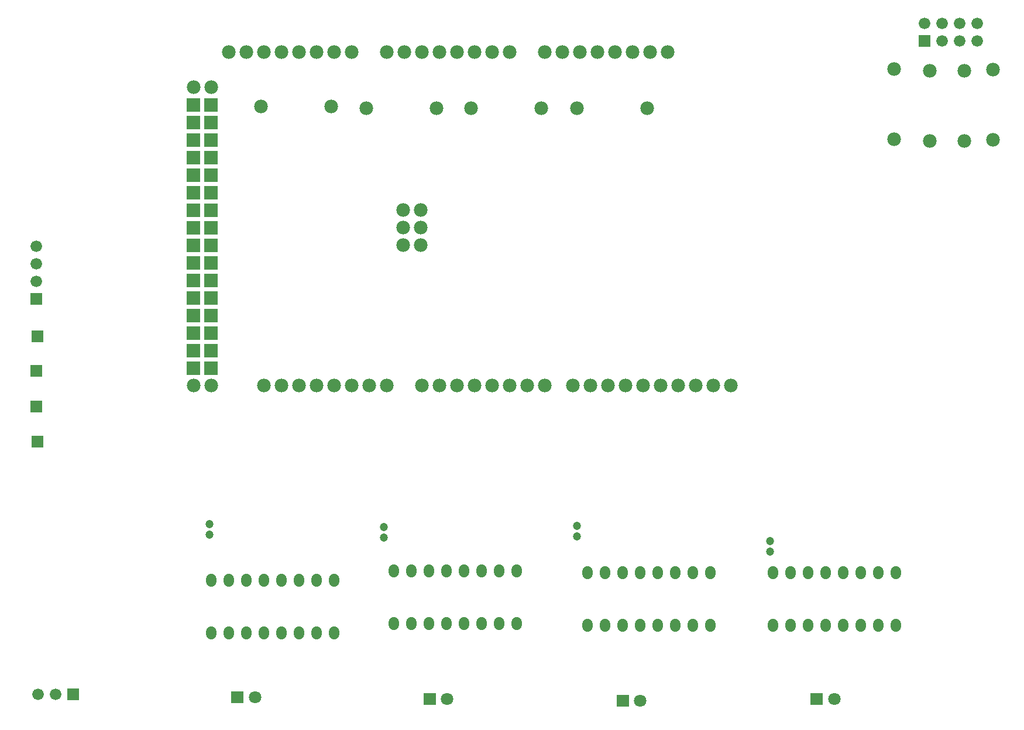
<source format=gts>
G04 Layer: TopSolderMaskLayer*
G04 EasyEDA v6.5.1, 2022-05-03 13:15:28*
G04 Gerber Generator version 0.2*
G04 Scale: 100 percent, Rotated: No, Reflected: No *
G04 Dimensions in millimeters *
G04 leading zeros omitted , absolute positions ,4 integer and 5 decimal *
%FSLAX45Y45*%
%MOMM*%

%ADD28C,1.5616*%
%ADD29C,1.9812*%
%ADD31C,1.2032*%
%ADD32R,1.6764X1.6764*%
%ADD33C,1.6764*%
%ADD35C,1.8016*%

%LPD*%
D28*
X14592300Y-18249D02*
G01*
X14592300Y18249D01*
X14338300Y-18249D02*
G01*
X14338300Y18249D01*
X14084300Y-18249D02*
G01*
X14084300Y18249D01*
X13830300Y-18249D02*
G01*
X13830300Y18249D01*
X13576300Y-18249D02*
G01*
X13576300Y18249D01*
X13322300Y-18249D02*
G01*
X13322300Y18249D01*
X13068300Y-18249D02*
G01*
X13068300Y18249D01*
X12814300Y-18249D02*
G01*
X12814300Y18249D01*
X14592300Y-780249D02*
G01*
X14592300Y-743750D01*
X14338300Y-780249D02*
G01*
X14338300Y-743750D01*
X14084300Y-780249D02*
G01*
X14084300Y-743750D01*
X13830300Y-780249D02*
G01*
X13830300Y-743750D01*
X13576300Y-780249D02*
G01*
X13576300Y-743750D01*
X13322300Y-780249D02*
G01*
X13322300Y-743750D01*
X13068300Y-780249D02*
G01*
X13068300Y-743750D01*
X12814300Y-780249D02*
G01*
X12814300Y-743750D01*
X11912600Y-18249D02*
G01*
X11912600Y18249D01*
X11658600Y-18249D02*
G01*
X11658600Y18249D01*
X11404600Y-18249D02*
G01*
X11404600Y18249D01*
X11150600Y-18249D02*
G01*
X11150600Y18249D01*
X10896600Y-18249D02*
G01*
X10896600Y18249D01*
X10642600Y-18249D02*
G01*
X10642600Y18249D01*
X10388600Y-18249D02*
G01*
X10388600Y18249D01*
X10134600Y-18249D02*
G01*
X10134600Y18249D01*
X11912600Y-780249D02*
G01*
X11912600Y-743750D01*
X11658600Y-780249D02*
G01*
X11658600Y-743750D01*
X11404600Y-780249D02*
G01*
X11404600Y-743750D01*
X11150600Y-780249D02*
G01*
X11150600Y-743750D01*
X10896600Y-780249D02*
G01*
X10896600Y-743750D01*
X10642600Y-780249D02*
G01*
X10642600Y-743750D01*
X10388600Y-780249D02*
G01*
X10388600Y-743750D01*
X10134600Y-780249D02*
G01*
X10134600Y-743750D01*
X6464300Y-132549D02*
G01*
X6464300Y-96050D01*
X6210300Y-132549D02*
G01*
X6210300Y-96050D01*
X5956300Y-132549D02*
G01*
X5956300Y-96050D01*
X5702300Y-132549D02*
G01*
X5702300Y-96050D01*
X5448300Y-132549D02*
G01*
X5448300Y-96050D01*
X5194300Y-132549D02*
G01*
X5194300Y-96050D01*
X4940300Y-132549D02*
G01*
X4940300Y-96050D01*
X4686300Y-132549D02*
G01*
X4686300Y-96050D01*
X6464300Y-894549D02*
G01*
X6464300Y-858050D01*
X6210300Y-894549D02*
G01*
X6210300Y-858050D01*
X5956300Y-894549D02*
G01*
X5956300Y-858050D01*
X5702300Y-894549D02*
G01*
X5702300Y-858050D01*
X5448300Y-894549D02*
G01*
X5448300Y-858050D01*
X5194300Y-894549D02*
G01*
X5194300Y-858050D01*
X4940300Y-894549D02*
G01*
X4940300Y-858050D01*
X4686300Y-894549D02*
G01*
X4686300Y-858050D01*
X9105900Y7150D02*
G01*
X9105900Y43649D01*
X8851900Y7150D02*
G01*
X8851900Y43649D01*
X8597900Y7150D02*
G01*
X8597900Y43649D01*
X8343900Y7150D02*
G01*
X8343900Y43649D01*
X8089900Y7150D02*
G01*
X8089900Y43649D01*
X7835900Y7150D02*
G01*
X7835900Y43649D01*
X7581900Y7150D02*
G01*
X7581900Y43649D01*
X7327900Y7150D02*
G01*
X7327900Y43649D01*
X9105900Y-754849D02*
G01*
X9105900Y-718350D01*
X8851900Y-754849D02*
G01*
X8851900Y-718350D01*
X8597900Y-754849D02*
G01*
X8597900Y-718350D01*
X8343900Y-754849D02*
G01*
X8343900Y-718350D01*
X8089900Y-754849D02*
G01*
X8089900Y-718350D01*
X7835900Y-754849D02*
G01*
X7835900Y-718350D01*
X7581900Y-754849D02*
G01*
X7581900Y-718350D01*
X7327900Y-754849D02*
G01*
X7327900Y-718350D01*
D29*
G01*
X6464300Y7531100D03*
G01*
X6210300Y7531100D03*
G01*
X5956300Y7531100D03*
G01*
X5702300Y7531100D03*
G01*
X5448300Y7531100D03*
G01*
X5194300Y7531100D03*
G01*
X4940300Y7531100D03*
G01*
X6718300Y7531100D03*
G01*
X6972300Y2705100D03*
G01*
X6718300Y2705100D03*
G01*
X6464300Y2705100D03*
G01*
X6210300Y2705100D03*
G01*
X5956300Y2705100D03*
G01*
X5702300Y2705100D03*
G01*
X5448300Y2705100D03*
G01*
X7226300Y2705100D03*
G01*
X8750300Y7531100D03*
G01*
X8496300Y7531100D03*
G01*
X8242300Y7531100D03*
G01*
X7988300Y7531100D03*
G01*
X7734300Y7531100D03*
G01*
X7480300Y7531100D03*
G01*
X7226300Y7531100D03*
G01*
X9004300Y7531100D03*
G01*
X9258300Y2705100D03*
G01*
X9004300Y2705100D03*
G01*
X8750300Y2705100D03*
G01*
X8496300Y2705100D03*
G01*
X8242300Y2705100D03*
G01*
X7988300Y2705100D03*
G01*
X7734300Y2705100D03*
G01*
X9512300Y2705100D03*
G01*
X11442700Y2705100D03*
G01*
X11188700Y2705100D03*
G01*
X10934700Y2705100D03*
G01*
X10680700Y2705100D03*
G01*
X10426700Y2705100D03*
G01*
X10172700Y2705100D03*
G01*
X9918700Y2705100D03*
G01*
X11696700Y2705100D03*
G36*
X4333240Y4638039D02*
G01*
X4333240Y4836160D01*
X4531359Y4836160D01*
X4531359Y4638039D01*
G37*
G36*
X4587240Y4638039D02*
G01*
X4587240Y4836160D01*
X4785359Y4836160D01*
X4785359Y4638039D01*
G37*
G36*
X4333240Y4384039D02*
G01*
X4333240Y4582160D01*
X4531359Y4582160D01*
X4531359Y4384039D01*
G37*
G36*
X4587240Y4384039D02*
G01*
X4587240Y4582160D01*
X4785359Y4582160D01*
X4785359Y4384039D01*
G37*
G36*
X4333240Y4130039D02*
G01*
X4333240Y4328160D01*
X4531359Y4328160D01*
X4531359Y4130039D01*
G37*
G36*
X4587240Y4130039D02*
G01*
X4587240Y4328160D01*
X4785359Y4328160D01*
X4785359Y4130039D01*
G37*
G36*
X4333240Y3876039D02*
G01*
X4333240Y4074160D01*
X4531359Y4074160D01*
X4531359Y3876039D01*
G37*
G36*
X4587240Y3876039D02*
G01*
X4587240Y4074160D01*
X4785359Y4074160D01*
X4785359Y3876039D01*
G37*
G36*
X4333240Y3622039D02*
G01*
X4333240Y3820160D01*
X4531359Y3820160D01*
X4531359Y3622039D01*
G37*
G36*
X4587240Y3622039D02*
G01*
X4587240Y3820160D01*
X4785359Y3820160D01*
X4785359Y3622039D01*
G37*
G36*
X4333240Y3368039D02*
G01*
X4333240Y3566160D01*
X4531359Y3566160D01*
X4531359Y3368039D01*
G37*
G36*
X4587240Y3368039D02*
G01*
X4587240Y3566160D01*
X4785359Y3566160D01*
X4785359Y3368039D01*
G37*
G36*
X4333240Y3114039D02*
G01*
X4333240Y3312160D01*
X4531359Y3312160D01*
X4531359Y3114039D01*
G37*
G36*
X4587240Y3114039D02*
G01*
X4587240Y3312160D01*
X4785359Y3312160D01*
X4785359Y3114039D01*
G37*
G36*
X4333240Y2860039D02*
G01*
X4333240Y3058160D01*
X4531359Y3058160D01*
X4531359Y2860039D01*
G37*
G36*
X4587240Y2860039D02*
G01*
X4587240Y3058160D01*
X4785359Y3058160D01*
X4785359Y2860039D01*
G37*
G36*
X4333240Y6670039D02*
G01*
X4333240Y6868160D01*
X4531359Y6868160D01*
X4531359Y6670039D01*
G37*
G36*
X4587240Y6670039D02*
G01*
X4587240Y6868160D01*
X4785359Y6868160D01*
X4785359Y6670039D01*
G37*
G36*
X4333240Y6416039D02*
G01*
X4333240Y6614160D01*
X4531359Y6614160D01*
X4531359Y6416039D01*
G37*
G36*
X4587240Y6416039D02*
G01*
X4587240Y6614160D01*
X4785359Y6614160D01*
X4785359Y6416039D01*
G37*
G36*
X4333240Y6162039D02*
G01*
X4333240Y6360160D01*
X4531359Y6360160D01*
X4531359Y6162039D01*
G37*
G36*
X4587240Y6162039D02*
G01*
X4587240Y6360160D01*
X4785359Y6360160D01*
X4785359Y6162039D01*
G37*
G36*
X4333240Y5908039D02*
G01*
X4333240Y6106160D01*
X4531359Y6106160D01*
X4531359Y5908039D01*
G37*
G36*
X4587240Y5908039D02*
G01*
X4587240Y6106160D01*
X4785359Y6106160D01*
X4785359Y5908039D01*
G37*
G36*
X4333240Y5654039D02*
G01*
X4333240Y5852160D01*
X4531359Y5852160D01*
X4531359Y5654039D01*
G37*
G36*
X4587240Y5654039D02*
G01*
X4587240Y5852160D01*
X4785359Y5852160D01*
X4785359Y5654039D01*
G37*
G36*
X4333240Y5400039D02*
G01*
X4333240Y5598160D01*
X4531359Y5598160D01*
X4531359Y5400039D01*
G37*
G36*
X4587240Y5400039D02*
G01*
X4587240Y5598160D01*
X4785359Y5598160D01*
X4785359Y5400039D01*
G37*
G36*
X4333240Y5146039D02*
G01*
X4333240Y5344160D01*
X4531359Y5344160D01*
X4531359Y5146039D01*
G37*
G36*
X4587240Y5146039D02*
G01*
X4587240Y5344160D01*
X4785359Y5344160D01*
X4785359Y5146039D01*
G37*
G36*
X4333240Y4892039D02*
G01*
X4333240Y5090160D01*
X4531359Y5090160D01*
X4531359Y4892039D01*
G37*
G36*
X4587240Y4892039D02*
G01*
X4587240Y5090160D01*
X4785359Y5090160D01*
X4785359Y4892039D01*
G37*
G01*
X4686300Y7023100D03*
G01*
X4432300Y7023100D03*
G01*
X4686300Y2705100D03*
G01*
X4432300Y2705100D03*
G01*
X10782300Y7531100D03*
G01*
X10528300Y7531100D03*
G01*
X10274300Y7531100D03*
G01*
X10020300Y7531100D03*
G01*
X9766300Y7531100D03*
G01*
X9512300Y7531100D03*
G01*
X11950700Y2705100D03*
G01*
X12204700Y2705100D03*
G01*
X11290300Y7531100D03*
G01*
X11036300Y7531100D03*
G01*
X7721600Y4737100D03*
G01*
X7467600Y4737100D03*
G01*
X7721600Y4991100D03*
G01*
X7467600Y4991100D03*
G01*
X7721600Y5245100D03*
G01*
X7467600Y5245100D03*
D31*
G01*
X9982200Y671956D03*
G01*
X9982200Y521843D03*
G01*
X7188200Y659256D03*
G01*
X7188200Y509143D03*
G01*
X4660900Y697356D03*
G01*
X4660900Y547243D03*
G01*
X12776200Y456056D03*
G01*
X12776200Y305943D03*
D32*
G01*
X2159000Y3962400D03*
D33*
G01*
X2159000Y4216400D03*
G01*
X2159000Y4470400D03*
G01*
X2159000Y4724400D03*
G36*
X13359129Y-1912620D02*
G01*
X13359129Y-1744979D01*
X13539470Y-1744979D01*
X13539470Y-1912620D01*
G37*
D35*
G01*
X13703300Y-1828800D03*
G36*
X10552429Y-1938020D02*
G01*
X10552429Y-1770379D01*
X10732770Y-1770379D01*
X10732770Y-1938020D01*
G37*
G01*
X10896600Y-1854200D03*
G36*
X4977129Y-1887220D02*
G01*
X4977129Y-1719579D01*
X5157470Y-1719579D01*
X5157470Y-1887220D01*
G37*
G01*
X5321300Y-1803400D03*
G36*
X7758429Y-1912620D02*
G01*
X7758429Y-1744979D01*
X7938770Y-1744979D01*
X7938770Y-1912620D01*
G37*
G01*
X8102600Y-1828800D03*
G36*
X2087879Y1808479D02*
G01*
X2087879Y1976120D01*
X2255520Y1976120D01*
X2255520Y1808479D01*
G37*
G36*
X2075179Y2316479D02*
G01*
X2075179Y2484120D01*
X2242820Y2484120D01*
X2242820Y2316479D01*
G37*
G36*
X2075179Y2837179D02*
G01*
X2075179Y3004820D01*
X2242820Y3004820D01*
X2242820Y2837179D01*
G37*
G36*
X2087879Y3332479D02*
G01*
X2087879Y3500120D01*
X2255520Y3500120D01*
X2255520Y3332479D01*
G37*
G36*
X14927579Y7612379D02*
G01*
X14927579Y7780020D01*
X15095220Y7780020D01*
X15095220Y7612379D01*
G37*
D33*
G01*
X15011400Y7950200D03*
G01*
X15265400Y7696200D03*
G01*
X15265400Y7950200D03*
G01*
X15519400Y7696200D03*
G01*
X15519400Y7950200D03*
G01*
X15773400Y7696200D03*
G01*
X15773400Y7950200D03*
G01*
X2184400Y-1765300D03*
G01*
X2438400Y-1765300D03*
G36*
X2608579Y-1849120D02*
G01*
X2608579Y-1681479D01*
X2776220Y-1681479D01*
X2776220Y-1849120D01*
G37*
D29*
G01*
X9982200Y6718300D03*
G01*
X10998200Y6718300D03*
G01*
X8445500Y6718300D03*
G01*
X9461500Y6718300D03*
G01*
X6934200Y6718300D03*
G01*
X7950200Y6718300D03*
G01*
X5410200Y6743700D03*
G01*
X6426200Y6743700D03*
G01*
X16002000Y6261100D03*
G01*
X16002000Y7277100D03*
G01*
X15582900Y6248400D03*
G01*
X15582900Y7264400D03*
G01*
X15087600Y6248400D03*
G01*
X15087600Y7264400D03*
G01*
X14566900Y6273800D03*
G01*
X14566900Y7289800D03*
M02*

</source>
